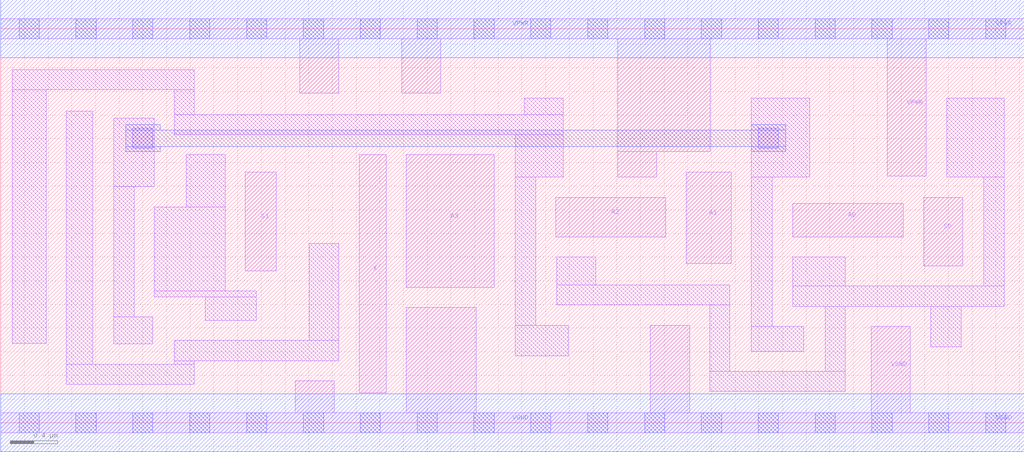
<source format=lef>
# Copyright 2020 The SkyWater PDK Authors
#
# Licensed under the Apache License, Version 2.0 (the "License");
# you may not use this file except in compliance with the License.
# You may obtain a copy of the License at
#
#     https://www.apache.org/licenses/LICENSE-2.0
#
# Unless required by applicable law or agreed to in writing, software
# distributed under the License is distributed on an "AS IS" BASIS,
# WITHOUT WARRANTIES OR CONDITIONS OF ANY KIND, either express or implied.
# See the License for the specific language governing permissions and
# limitations under the License.
#
# SPDX-License-Identifier: Apache-2.0

VERSION 5.7 ;
  NAMESCASESENSITIVE ON ;
  NOWIREEXTENSIONATPIN ON ;
  DIVIDERCHAR "/" ;
  BUSBITCHARS "[]" ;
UNITS
  DATABASE MICRONS 200 ;
END UNITS
MACRO sky130_fd_sc_lp__mux4_2
  CLASS CORE ;
  SOURCE USER ;
  FOREIGN sky130_fd_sc_lp__mux4_2 ;
  ORIGIN  0.000000  0.000000 ;
  SIZE  8.640000 BY  3.330000 ;
  SYMMETRY X Y R90 ;
  SITE unit ;
  PIN A0
    ANTENNAGATEAREA  0.159000 ;
    DIRECTION INPUT ;
    USE SIGNAL ;
    PORT
      LAYER li1 ;
        RECT 6.685000 1.570000 7.620000 1.855000 ;
    END
  END A0
  PIN A1
    ANTENNAGATEAREA  0.159000 ;
    DIRECTION INPUT ;
    USE SIGNAL ;
    PORT
      LAYER li1 ;
        RECT 5.785000 1.345000 6.165000 2.120000 ;
    END
  END A1
  PIN A2
    ANTENNAGATEAREA  0.159000 ;
    DIRECTION INPUT ;
    USE SIGNAL ;
    PORT
      LAYER li1 ;
        RECT 4.685000 1.570000 5.615000 1.905000 ;
    END
  END A2
  PIN A3
    ANTENNAGATEAREA  0.159000 ;
    DIRECTION INPUT ;
    USE SIGNAL ;
    PORT
      LAYER li1 ;
        RECT 3.425000 1.145000 4.165000 2.265000 ;
    END
  END A3
  PIN S0
    ANTENNAGATEAREA  0.477000 ;
    DIRECTION INPUT ;
    USE SIGNAL ;
    PORT
      LAYER li1 ;
        RECT 7.790000 1.325000 8.120000 1.905000 ;
    END
  END S0
  PIN S1
    ANTENNAGATEAREA  0.318000 ;
    DIRECTION INPUT ;
    USE SIGNAL ;
    PORT
      LAYER li1 ;
        RECT 2.065000 1.285000 2.325000 2.120000 ;
    END
  END S1
  PIN X
    ANTENNADIFFAREA  0.588000 ;
    DIRECTION OUTPUT ;
    USE SIGNAL ;
    PORT
      LAYER li1 ;
        RECT 3.025000 0.255000 3.255000 2.265000 ;
    END
  END X
  PIN VGND
    DIRECTION INOUT ;
    USE GROUND ;
    PORT
      LAYER li1 ;
        RECT 0.000000 -0.085000 8.640000 0.085000 ;
        RECT 2.485000  0.085000 2.815000 0.355000 ;
        RECT 3.425000  0.085000 4.015000 0.975000 ;
        RECT 5.485000  0.085000 5.815000 0.825000 ;
        RECT 7.350000  0.085000 7.680000 0.815000 ;
      LAYER mcon ;
        RECT 0.155000 -0.085000 0.325000 0.085000 ;
        RECT 0.635000 -0.085000 0.805000 0.085000 ;
        RECT 1.115000 -0.085000 1.285000 0.085000 ;
        RECT 1.595000 -0.085000 1.765000 0.085000 ;
        RECT 2.075000 -0.085000 2.245000 0.085000 ;
        RECT 2.555000 -0.085000 2.725000 0.085000 ;
        RECT 3.035000 -0.085000 3.205000 0.085000 ;
        RECT 3.515000 -0.085000 3.685000 0.085000 ;
        RECT 3.995000 -0.085000 4.165000 0.085000 ;
        RECT 4.475000 -0.085000 4.645000 0.085000 ;
        RECT 4.955000 -0.085000 5.125000 0.085000 ;
        RECT 5.435000 -0.085000 5.605000 0.085000 ;
        RECT 5.915000 -0.085000 6.085000 0.085000 ;
        RECT 6.395000 -0.085000 6.565000 0.085000 ;
        RECT 6.875000 -0.085000 7.045000 0.085000 ;
        RECT 7.355000 -0.085000 7.525000 0.085000 ;
        RECT 7.835000 -0.085000 8.005000 0.085000 ;
        RECT 8.315000 -0.085000 8.485000 0.085000 ;
      LAYER met1 ;
        RECT 0.000000 -0.245000 8.640000 0.245000 ;
    END
  END VGND
  PIN VPWR
    DIRECTION INOUT ;
    USE POWER ;
    PORT
      LAYER li1 ;
        RECT 0.000000 3.245000 8.640000 3.415000 ;
        RECT 2.525000 2.785000 2.855000 3.245000 ;
        RECT 3.385000 2.785000 3.715000 3.245000 ;
        RECT 5.210000 2.075000 5.540000 2.290000 ;
        RECT 5.210000 2.290000 5.990000 3.245000 ;
        RECT 7.485000 2.085000 7.815000 3.245000 ;
      LAYER mcon ;
        RECT 0.155000 3.245000 0.325000 3.415000 ;
        RECT 0.635000 3.245000 0.805000 3.415000 ;
        RECT 1.115000 3.245000 1.285000 3.415000 ;
        RECT 1.595000 3.245000 1.765000 3.415000 ;
        RECT 2.075000 3.245000 2.245000 3.415000 ;
        RECT 2.555000 3.245000 2.725000 3.415000 ;
        RECT 3.035000 3.245000 3.205000 3.415000 ;
        RECT 3.515000 3.245000 3.685000 3.415000 ;
        RECT 3.995000 3.245000 4.165000 3.415000 ;
        RECT 4.475000 3.245000 4.645000 3.415000 ;
        RECT 4.955000 3.245000 5.125000 3.415000 ;
        RECT 5.435000 3.245000 5.605000 3.415000 ;
        RECT 5.915000 3.245000 6.085000 3.415000 ;
        RECT 6.395000 3.245000 6.565000 3.415000 ;
        RECT 6.875000 3.245000 7.045000 3.415000 ;
        RECT 7.355000 3.245000 7.525000 3.415000 ;
        RECT 7.835000 3.245000 8.005000 3.415000 ;
        RECT 8.315000 3.245000 8.485000 3.415000 ;
      LAYER met1 ;
        RECT 0.000000 3.085000 8.640000 3.575000 ;
    END
  END VPWR
  OBS
    LAYER li1 ;
      RECT 0.095000 0.670000 0.385000 2.815000 ;
      RECT 0.095000 2.815000 1.635000 2.985000 ;
      RECT 0.555000 0.325000 1.635000 0.495000 ;
      RECT 0.555000 0.495000 0.775000 2.635000 ;
      RECT 0.955000 0.665000 1.285000 0.895000 ;
      RECT 0.955000 0.895000 1.125000 1.995000 ;
      RECT 0.955000 1.995000 1.295000 2.575000 ;
      RECT 1.295000 1.065000 2.155000 1.115000 ;
      RECT 1.295000 1.115000 1.895000 1.825000 ;
      RECT 1.465000 0.495000 1.635000 0.525000 ;
      RECT 1.465000 0.525000 2.855000 0.695000 ;
      RECT 1.465000 2.435000 4.750000 2.605000 ;
      RECT 1.465000 2.605000 1.635000 2.815000 ;
      RECT 1.565000 1.825000 1.895000 2.265000 ;
      RECT 1.725000 0.865000 2.155000 1.065000 ;
      RECT 2.605000 0.695000 2.855000 1.515000 ;
      RECT 4.345000 0.565000 4.790000 0.825000 ;
      RECT 4.345000 0.825000 4.515000 2.075000 ;
      RECT 4.345000 2.075000 4.750000 2.435000 ;
      RECT 4.420000 2.605000 4.750000 2.745000 ;
      RECT 4.695000 0.995000 6.155000 1.165000 ;
      RECT 4.695000 1.165000 5.025000 1.400000 ;
      RECT 5.985000 0.265000 7.130000 0.435000 ;
      RECT 5.985000 0.435000 6.155000 0.995000 ;
      RECT 6.335000 0.605000 6.780000 0.815000 ;
      RECT 6.335000 0.815000 6.515000 2.075000 ;
      RECT 6.335000 2.075000 6.830000 2.745000 ;
      RECT 6.685000 0.985000 8.470000 1.155000 ;
      RECT 6.685000 1.155000 7.130000 1.400000 ;
      RECT 6.960000 0.435000 7.130000 0.985000 ;
      RECT 7.850000 0.640000 8.110000 0.985000 ;
      RECT 7.985000 2.075000 8.470000 2.745000 ;
      RECT 8.300000 1.155000 8.470000 2.075000 ;
    LAYER mcon ;
      RECT 1.115000 2.320000 1.285000 2.490000 ;
      RECT 6.395000 2.320000 6.565000 2.490000 ;
    LAYER met1 ;
      RECT 1.055000 2.290000 1.345000 2.335000 ;
      RECT 1.055000 2.335000 6.625000 2.475000 ;
      RECT 1.055000 2.475000 1.345000 2.520000 ;
      RECT 6.335000 2.290000 6.625000 2.335000 ;
      RECT 6.335000 2.475000 6.625000 2.520000 ;
  END
END sky130_fd_sc_lp__mux4_2

</source>
